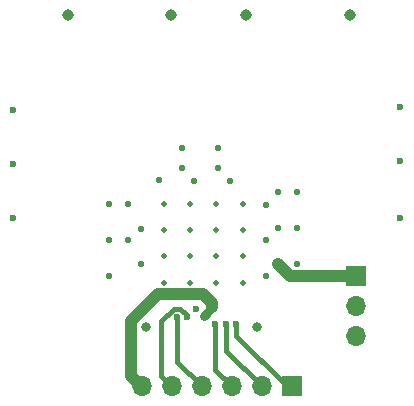
<source format=gbr>
%TF.GenerationSoftware,KiCad,Pcbnew,(6.0.1)*%
%TF.CreationDate,2023-02-14T20:32:36-07:00*%
%TF.ProjectId,SPARC,53504152-432e-46b6-9963-61645f706362,01*%
%TF.SameCoordinates,Original*%
%TF.FileFunction,Copper,L3,Inr*%
%TF.FilePolarity,Positive*%
%FSLAX46Y46*%
G04 Gerber Fmt 4.6, Leading zero omitted, Abs format (unit mm)*
G04 Created by KiCad (PCBNEW (6.0.1)) date 2023-02-14 20:32:36*
%MOMM*%
%LPD*%
G01*
G04 APERTURE LIST*
%TA.AperFunction,ComponentPad*%
%ADD10C,0.970000*%
%TD*%
%TA.AperFunction,ComponentPad*%
%ADD11C,0.500000*%
%TD*%
%TA.AperFunction,ComponentPad*%
%ADD12R,1.700000X1.700000*%
%TD*%
%TA.AperFunction,ComponentPad*%
%ADD13O,1.700000X1.700000*%
%TD*%
%TA.AperFunction,ViaPad*%
%ADD14C,0.550000*%
%TD*%
%TA.AperFunction,ViaPad*%
%ADD15C,0.600000*%
%TD*%
%TA.AperFunction,ViaPad*%
%ADD16C,0.800000*%
%TD*%
%TA.AperFunction,Conductor*%
%ADD17C,1.000000*%
%TD*%
%TA.AperFunction,Conductor*%
%ADD18C,0.800000*%
%TD*%
%TA.AperFunction,Conductor*%
%ADD19C,0.400000*%
%TD*%
G04 APERTURE END LIST*
D10*
%TO.N,GND*%
%TO.C,J2*%
X106520000Y-50810000D03*
X115280000Y-50810000D03*
%TD*%
%TO.N,GND*%
%TO.C,J1*%
X91400000Y-50810000D03*
X100160000Y-50810000D03*
%TD*%
D11*
%TO.N,/VNN*%
%TO.C,U1*%
X106195000Y-68995667D03*
X106195000Y-73429000D03*
X99545000Y-71212333D03*
X101761667Y-71212333D03*
X103978333Y-68995667D03*
X103978333Y-73429000D03*
X101761667Y-73429000D03*
X106195000Y-71212333D03*
X101761667Y-66779000D03*
X103978333Y-66779000D03*
X99545000Y-73429000D03*
X103978333Y-71212333D03*
X106195000Y-66779000D03*
X99545000Y-66779000D03*
X101761667Y-68995667D03*
X99545000Y-68995667D03*
%TD*%
D12*
%TO.N,/VB7*%
%TO.C,J4*%
X115824000Y-72898000D03*
D13*
%TO.N,GND*%
X115824000Y-75438000D03*
X115824000Y-77978000D03*
%TD*%
D12*
%TO.N,/DOUT*%
%TO.C,J3*%
X110340000Y-82208769D03*
D13*
%TO.N,/CLK*%
X107800000Y-82208769D03*
%TO.N,/DIN*%
X105260000Y-82208769D03*
%TO.N,/CLR*%
X102720000Y-82208769D03*
%TO.N,/~{LE}*%
X100180000Y-82208769D03*
%TO.N,/VDD*%
X97640000Y-82208769D03*
%TD*%
D14*
%TO.N,/VB7*%
X109157000Y-71882000D03*
%TO.N,Net-(R2-Pad2)*%
X97572000Y-71854000D03*
%TO.N,/VB0*%
X94870000Y-69850000D03*
D15*
%TO.N,GND*%
X86794000Y-67950769D03*
X119560000Y-67950769D03*
X86794000Y-63378769D03*
X119560000Y-58552769D03*
X102250000Y-75678769D03*
X119560000Y-63124769D03*
X86794000Y-58806769D03*
D14*
X94875000Y-72900000D03*
%TO.N,/VB1*%
X94870000Y-66802000D03*
X96520000Y-69850000D03*
%TO.N,/VB2*%
X101092000Y-62044000D03*
X96520000Y-66802000D03*
%TO.N,/VB3*%
X104140000Y-62044000D03*
X101092000Y-63694000D03*
%TO.N,/VB4*%
X104140000Y-63694000D03*
X110807000Y-65786000D03*
%TO.N,/VB5*%
X110807000Y-68834000D03*
X109157000Y-65786000D03*
%TO.N,/VB6*%
X110807000Y-71882000D03*
X109157000Y-68834000D03*
%TO.N,Net-(R23-Pad2)*%
X102120000Y-64830000D03*
%TO.N,Net-(R25-Pad2)*%
X105120000Y-64830000D03*
%TO.N,Net-(R27-Pad2)*%
X108200000Y-66854000D03*
%TO.N,Net-(R29-Pad2)*%
X108200000Y-69854000D03*
%TO.N,Net-(R31-Pad2)*%
X108200000Y-72854000D03*
D16*
%TO.N,/VPP*%
X107400000Y-77200000D03*
%TO.N,/VNN*%
X98044000Y-77216000D03*
D15*
%TO.N,/VDD*%
X102900000Y-76228769D03*
%TO.N,/CLR*%
X100650000Y-76328769D03*
%TO.N,/DIN*%
X103900000Y-76928769D03*
%TO.N,/CLK*%
X104775000Y-76948769D03*
%TO.N,/DOUT*%
X105650000Y-76928769D03*
D14*
%TO.N,Net-(R11-Pad2)*%
X97572000Y-68854000D03*
%TO.N,Net-(R21-Pad2)*%
X99120000Y-64770000D03*
D15*
%TO.N,/~{LE}*%
X101450000Y-76378769D03*
%TD*%
D17*
%TO.N,/VB7*%
X110173000Y-72898000D02*
X109157000Y-71882000D01*
X110173000Y-72898000D02*
X115824000Y-72898000D01*
%TO.N,/VDD*%
X103632000Y-75184000D02*
X103632000Y-75496769D01*
X102870000Y-74422000D02*
X103632000Y-75184000D01*
X97640000Y-82208769D02*
X96790000Y-81358769D01*
X96790000Y-76692000D02*
X99060000Y-74422000D01*
X99060000Y-74422000D02*
X102870000Y-74422000D01*
D18*
X103632000Y-75496769D02*
X102900000Y-76228769D01*
D17*
X96790000Y-81358769D02*
X96790000Y-76692000D01*
D19*
%TO.N,/CLR*%
X102720000Y-82208769D02*
X100650000Y-80138769D01*
X100650000Y-80138769D02*
X100650000Y-76328769D01*
%TO.N,/DIN*%
X105260000Y-82208769D02*
X103900000Y-80848769D01*
X103900000Y-80848769D02*
X103900000Y-76928769D01*
%TO.N,/CLK*%
X104775000Y-79183769D02*
X104775000Y-76948769D01*
X107800000Y-82208769D02*
X104775000Y-79183769D01*
%TO.N,/DOUT*%
X109942000Y-82208769D02*
X105650000Y-77916769D01*
X105650000Y-77916769D02*
X105650000Y-76928769D01*
%TO.N,/~{LE}*%
X100360050Y-75628769D02*
X100939950Y-75628769D01*
X100180000Y-82208769D02*
X99330000Y-81358769D01*
X99330000Y-81358769D02*
X99330000Y-76658819D01*
X100939950Y-75628769D02*
X101450000Y-76138819D01*
X101450000Y-76138819D02*
X101450000Y-76378769D01*
X99330000Y-76658819D02*
X100360050Y-75628769D01*
%TD*%
M02*

</source>
